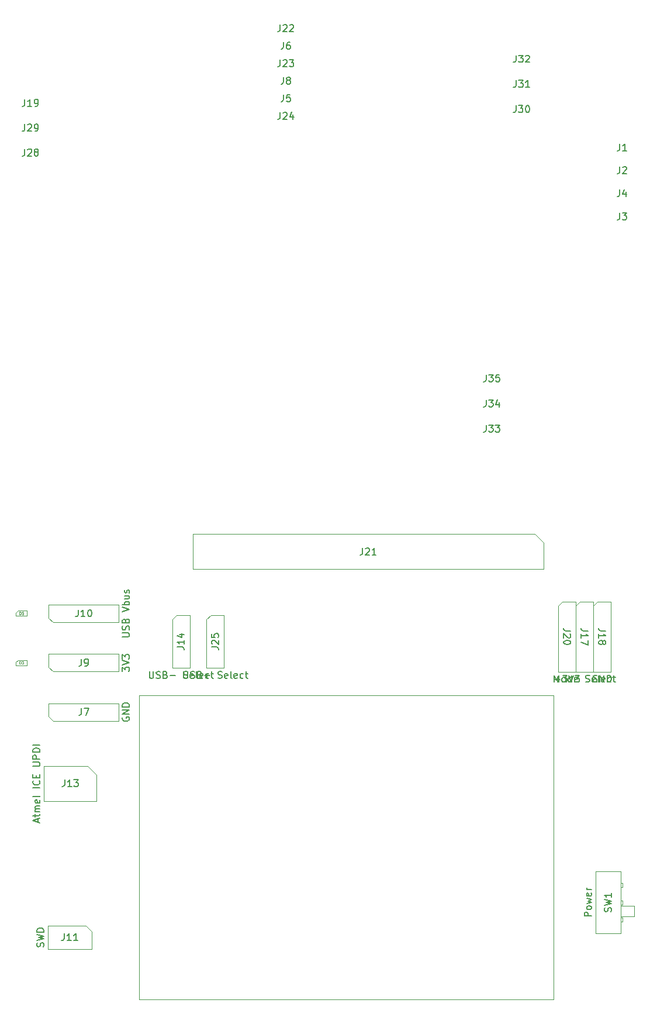
<source format=gbr>
G04 #@! TF.GenerationSoftware,KiCad,Pcbnew,(5.1.9)-1*
G04 #@! TF.CreationDate,2021-01-16T22:32:26-07:00*
G04 #@! TF.ProjectId,purplewizard-pogo,70757270-6c65-4776-997a-6172642d706f,1*
G04 #@! TF.SameCoordinates,Original*
G04 #@! TF.FileFunction,Other,Fab,Top*
%FSLAX46Y46*%
G04 Gerber Fmt 4.6, Leading zero omitted, Abs format (unit mm)*
G04 Created by KiCad (PCBNEW (5.1.9)-1) date 2021-01-16 22:32:26*
%MOMM*%
%LPD*%
G01*
G04 APERTURE LIST*
%ADD10C,0.120000*%
%ADD11C,0.100000*%
%ADD12C,0.150000*%
%ADD13C,0.060000*%
G04 APERTURE END LIST*
D10*
X144705600Y-135743600D02*
X204705600Y-135743600D01*
X144705600Y-179743600D02*
X204705600Y-179743600D01*
X204705600Y-179743600D02*
X204705600Y-135743600D01*
X144705600Y-135743600D02*
X144705600Y-179743600D01*
D11*
X210815600Y-170233600D02*
X210815600Y-161233600D01*
X210815600Y-161233600D02*
X214415600Y-161233600D01*
X214415600Y-161233600D02*
X214415600Y-170133600D01*
X214415600Y-170133600D02*
X214415600Y-170233600D01*
X214415600Y-170233600D02*
X214415600Y-170233600D01*
X210815600Y-170233600D02*
X214415600Y-170233600D01*
X214415600Y-170233600D02*
X214415600Y-170233600D01*
X214415600Y-167233600D02*
X214415600Y-167233600D01*
X214415600Y-165433600D02*
X214715600Y-165433600D01*
X214715600Y-165433600D02*
X214715600Y-166033600D01*
X214715600Y-166033600D02*
X214415600Y-166033600D01*
X214415600Y-166033600D02*
X214415600Y-166033600D01*
X214415600Y-167933600D02*
X214715600Y-167933600D01*
X214715600Y-167933600D02*
X214715600Y-168533600D01*
X214715600Y-168533600D02*
X214415600Y-168533600D01*
X214415600Y-168533600D02*
X214415600Y-168533600D01*
X214415600Y-163533600D02*
X214715600Y-163533600D01*
X214715600Y-163533600D02*
X214715600Y-162933600D01*
X214715600Y-162933600D02*
X214415600Y-162933600D01*
X214415600Y-162933600D02*
X214415600Y-162933600D01*
X214415600Y-166233600D02*
X216415600Y-166233600D01*
X216415600Y-166233600D02*
X216415600Y-167733600D01*
X216415600Y-167733600D02*
X214415600Y-167733600D01*
X214415600Y-167733600D02*
X214415600Y-167733600D01*
X136958100Y-169083600D02*
X137810600Y-169936100D01*
X131460600Y-169083600D02*
X136958100Y-169083600D01*
X131460600Y-172493600D02*
X131460600Y-169083600D01*
X137810600Y-172493600D02*
X131460600Y-172493600D01*
X137810600Y-169936100D02*
X137810600Y-172493600D01*
X131570601Y-138803599D02*
X131570601Y-136898599D01*
X131570601Y-136898599D02*
X141730601Y-136898599D01*
X141730601Y-136898599D02*
X141730601Y-139438599D01*
X141730601Y-139438599D02*
X132205601Y-139438599D01*
X132205601Y-139438599D02*
X131570601Y-138803599D01*
X132205601Y-132308599D02*
X131570601Y-131673599D01*
X141730601Y-132308599D02*
X132205601Y-132308599D01*
X141730601Y-129768599D02*
X141730601Y-132308599D01*
X131570601Y-129768599D02*
X141730601Y-129768599D01*
X131570601Y-131673599D02*
X131570601Y-129768599D01*
X132205601Y-125178599D02*
X131570601Y-124543599D01*
X141730601Y-125178599D02*
X132205601Y-125178599D01*
X141730601Y-122638599D02*
X141730601Y-125178599D01*
X131570601Y-122638599D02*
X141730601Y-122638599D01*
X131570601Y-124543599D02*
X131570601Y-122638599D01*
X137245600Y-145963600D02*
X138515600Y-147233600D01*
X130895600Y-145963600D02*
X137245600Y-145963600D01*
X130895600Y-151043600D02*
X130895600Y-145963600D01*
X138515600Y-151043600D02*
X130895600Y-151043600D01*
X138515600Y-147233600D02*
X138515600Y-151043600D01*
X207905600Y-122798600D02*
X208540600Y-122163600D01*
X207905600Y-132323600D02*
X207905600Y-122798600D01*
X210445600Y-132323600D02*
X207905600Y-132323600D01*
X210445600Y-122163600D02*
X210445600Y-132323600D01*
X208540600Y-122163600D02*
X210445600Y-122163600D01*
X210445600Y-122798600D02*
X211080600Y-122163600D01*
X210445600Y-132323600D02*
X210445600Y-122798600D01*
X212985600Y-132323600D02*
X210445600Y-132323600D01*
X212985600Y-122163600D02*
X212985600Y-132323600D01*
X211080600Y-122163600D02*
X212985600Y-122163600D01*
X206000600Y-122163600D02*
X207905600Y-122163600D01*
X207905600Y-122163600D02*
X207905600Y-132323600D01*
X207905600Y-132323600D02*
X205365600Y-132323600D01*
X205365600Y-132323600D02*
X205365600Y-122798600D01*
X205365600Y-122798600D02*
X206000600Y-122163600D01*
X201985600Y-112423600D02*
X203255600Y-113693600D01*
X152455600Y-112423600D02*
X201985600Y-112423600D01*
X152455600Y-117503600D02*
X152455600Y-112423600D01*
X203255600Y-117503600D02*
X152455600Y-117503600D01*
X203255600Y-113693600D02*
X203255600Y-117503600D01*
X128415600Y-130633600D02*
X127115600Y-130633600D01*
X127115600Y-130633600D02*
X126815600Y-130933600D01*
X126815600Y-130933600D02*
X126815600Y-131433600D01*
X126815600Y-131433600D02*
X128415600Y-131433600D01*
X128415600Y-131433600D02*
X128415600Y-130633600D01*
X128415600Y-124273600D02*
X128415600Y-123473600D01*
X126815600Y-124273600D02*
X128415600Y-124273600D01*
X126815600Y-123773600D02*
X126815600Y-124273600D01*
X127115600Y-123473600D02*
X126815600Y-123773600D01*
X128415600Y-123473600D02*
X127115600Y-123473600D01*
X149465600Y-124778600D02*
X150100600Y-124143600D01*
X149465600Y-131763600D02*
X149465600Y-124778600D01*
X152005600Y-131763600D02*
X149465600Y-131763600D01*
X152005600Y-124143600D02*
X152005600Y-131763600D01*
X150100600Y-124143600D02*
X152005600Y-124143600D01*
X155080600Y-124143600D02*
X156985600Y-124143600D01*
X156985600Y-124143600D02*
X156985600Y-131763600D01*
X156985600Y-131763600D02*
X154445600Y-131763600D01*
X154445600Y-131763600D02*
X154445600Y-124778600D01*
X154445600Y-124778600D02*
X155080600Y-124143600D01*
D12*
X214289246Y-55895380D02*
X214289246Y-56609666D01*
X214241627Y-56752523D01*
X214146389Y-56847761D01*
X214003532Y-56895380D01*
X213908294Y-56895380D01*
X215289246Y-56895380D02*
X214717818Y-56895380D01*
X215003532Y-56895380D02*
X215003532Y-55895380D01*
X214908294Y-56038238D01*
X214813056Y-56133476D01*
X214717818Y-56181095D01*
X214289246Y-59228713D02*
X214289246Y-59942999D01*
X214241627Y-60085856D01*
X214146389Y-60181094D01*
X214003532Y-60228713D01*
X213908294Y-60228713D01*
X214717818Y-59323952D02*
X214765437Y-59276333D01*
X214860675Y-59228713D01*
X215098770Y-59228713D01*
X215194008Y-59276333D01*
X215241627Y-59323952D01*
X215289246Y-59419190D01*
X215289246Y-59514428D01*
X215241627Y-59657285D01*
X214670199Y-60228713D01*
X215289246Y-60228713D01*
X214289246Y-65895380D02*
X214289246Y-66609666D01*
X214241627Y-66752523D01*
X214146389Y-66847761D01*
X214003532Y-66895380D01*
X213908294Y-66895380D01*
X214670199Y-65895380D02*
X215289246Y-65895380D01*
X214955913Y-66276333D01*
X215098770Y-66276333D01*
X215194008Y-66323952D01*
X215241627Y-66371571D01*
X215289246Y-66466809D01*
X215289246Y-66704904D01*
X215241627Y-66800142D01*
X215194008Y-66847761D01*
X215098770Y-66895380D01*
X214813056Y-66895380D01*
X214717818Y-66847761D01*
X214670199Y-66800142D01*
X214269246Y-62555380D02*
X214269246Y-63269666D01*
X214221627Y-63412523D01*
X214126389Y-63507761D01*
X213983532Y-63555380D01*
X213888294Y-63555380D01*
X215174008Y-62888714D02*
X215174008Y-63555380D01*
X214935913Y-62507761D02*
X214697818Y-63222047D01*
X215316865Y-63222047D01*
X165589246Y-48797380D02*
X165589246Y-49511666D01*
X165541627Y-49654523D01*
X165446389Y-49749761D01*
X165303532Y-49797380D01*
X165208294Y-49797380D01*
X166541627Y-48797380D02*
X166065437Y-48797380D01*
X166017818Y-49273571D01*
X166065437Y-49225952D01*
X166160675Y-49178333D01*
X166398770Y-49178333D01*
X166494008Y-49225952D01*
X166541627Y-49273571D01*
X166589246Y-49368809D01*
X166589246Y-49606904D01*
X166541627Y-49702142D01*
X166494008Y-49749761D01*
X166398770Y-49797380D01*
X166160675Y-49797380D01*
X166065437Y-49749761D01*
X166017818Y-49702142D01*
X165589246Y-41183380D02*
X165589246Y-41897666D01*
X165541627Y-42040523D01*
X165446389Y-42135761D01*
X165303532Y-42183380D01*
X165208294Y-42183380D01*
X166494008Y-41183380D02*
X166303532Y-41183380D01*
X166208294Y-41231000D01*
X166160675Y-41278619D01*
X166065437Y-41421476D01*
X166017818Y-41611952D01*
X166017818Y-41992904D01*
X166065437Y-42088142D01*
X166113056Y-42135761D01*
X166208294Y-42183380D01*
X166398770Y-42183380D01*
X166494008Y-42135761D01*
X166541627Y-42088142D01*
X166589246Y-41992904D01*
X166589246Y-41754809D01*
X166541627Y-41659571D01*
X166494008Y-41611952D01*
X166398770Y-41564333D01*
X166208294Y-41564333D01*
X166113056Y-41611952D01*
X166065437Y-41659571D01*
X166017818Y-41754809D01*
X165589246Y-46259380D02*
X165589246Y-46973666D01*
X165541627Y-47116523D01*
X165446389Y-47211761D01*
X165303532Y-47259380D01*
X165208294Y-47259380D01*
X166208294Y-46687952D02*
X166113056Y-46640333D01*
X166065437Y-46592714D01*
X166017818Y-46497476D01*
X166017818Y-46449857D01*
X166065437Y-46354619D01*
X166113056Y-46307000D01*
X166208294Y-46259380D01*
X166398770Y-46259380D01*
X166494008Y-46307000D01*
X166541627Y-46354619D01*
X166589246Y-46449857D01*
X166589246Y-46497476D01*
X166541627Y-46592714D01*
X166494008Y-46640333D01*
X166398770Y-46687952D01*
X166208294Y-46687952D01*
X166113056Y-46735571D01*
X166065437Y-46783190D01*
X166017818Y-46878428D01*
X166017818Y-47068904D01*
X166065437Y-47164142D01*
X166113056Y-47211761D01*
X166208294Y-47259380D01*
X166398770Y-47259380D01*
X166494008Y-47211761D01*
X166541627Y-47164142D01*
X166589246Y-47068904D01*
X166589246Y-46878428D01*
X166541627Y-46783190D01*
X166494008Y-46735571D01*
X166398770Y-46687952D01*
X128101056Y-49465380D02*
X128101056Y-50179666D01*
X128053437Y-50322523D01*
X127958199Y-50417761D01*
X127815341Y-50465380D01*
X127720103Y-50465380D01*
X129101056Y-50465380D02*
X128529627Y-50465380D01*
X128815341Y-50465380D02*
X128815341Y-49465380D01*
X128720103Y-49608238D01*
X128624865Y-49703476D01*
X128529627Y-49751095D01*
X129577246Y-50465380D02*
X129767722Y-50465380D01*
X129862960Y-50417761D01*
X129910580Y-50370142D01*
X130005818Y-50227285D01*
X130053437Y-50036809D01*
X130053437Y-49655857D01*
X130005818Y-49560619D01*
X129958199Y-49513000D01*
X129862960Y-49465380D01*
X129672484Y-49465380D01*
X129577246Y-49513000D01*
X129529627Y-49560619D01*
X129482008Y-49655857D01*
X129482008Y-49893952D01*
X129529627Y-49989190D01*
X129577246Y-50036809D01*
X129672484Y-50084428D01*
X129862960Y-50084428D01*
X129958199Y-50036809D01*
X130005818Y-49989190D01*
X130053437Y-49893952D01*
X165113056Y-38645380D02*
X165113056Y-39359666D01*
X165065437Y-39502523D01*
X164970199Y-39597761D01*
X164827341Y-39645380D01*
X164732103Y-39645380D01*
X165541627Y-38740619D02*
X165589246Y-38693000D01*
X165684484Y-38645380D01*
X165922580Y-38645380D01*
X166017818Y-38693000D01*
X166065437Y-38740619D01*
X166113056Y-38835857D01*
X166113056Y-38931095D01*
X166065437Y-39073952D01*
X165494008Y-39645380D01*
X166113056Y-39645380D01*
X166494008Y-38740619D02*
X166541627Y-38693000D01*
X166636865Y-38645380D01*
X166874960Y-38645380D01*
X166970199Y-38693000D01*
X167017818Y-38740619D01*
X167065437Y-38835857D01*
X167065437Y-38931095D01*
X167017818Y-39073952D01*
X166446389Y-39645380D01*
X167065437Y-39645380D01*
X165113056Y-43721380D02*
X165113056Y-44435666D01*
X165065437Y-44578523D01*
X164970199Y-44673761D01*
X164827341Y-44721380D01*
X164732103Y-44721380D01*
X165541627Y-43816619D02*
X165589246Y-43769000D01*
X165684484Y-43721380D01*
X165922580Y-43721380D01*
X166017818Y-43769000D01*
X166065437Y-43816619D01*
X166113056Y-43911857D01*
X166113056Y-44007095D01*
X166065437Y-44149952D01*
X165494008Y-44721380D01*
X166113056Y-44721380D01*
X166446389Y-43721380D02*
X167065437Y-43721380D01*
X166732103Y-44102333D01*
X166874960Y-44102333D01*
X166970199Y-44149952D01*
X167017818Y-44197571D01*
X167065437Y-44292809D01*
X167065437Y-44530904D01*
X167017818Y-44626142D01*
X166970199Y-44673761D01*
X166874960Y-44721380D01*
X166589246Y-44721380D01*
X166494008Y-44673761D01*
X166446389Y-44626142D01*
X165113056Y-51335380D02*
X165113056Y-52049666D01*
X165065437Y-52192523D01*
X164970199Y-52287761D01*
X164827341Y-52335380D01*
X164732103Y-52335380D01*
X165541627Y-51430619D02*
X165589246Y-51383000D01*
X165684484Y-51335380D01*
X165922580Y-51335380D01*
X166017818Y-51383000D01*
X166065437Y-51430619D01*
X166113056Y-51525857D01*
X166113056Y-51621095D01*
X166065437Y-51763952D01*
X165494008Y-52335380D01*
X166113056Y-52335380D01*
X166970199Y-51668714D02*
X166970199Y-52335380D01*
X166732103Y-51287761D02*
X166494008Y-52002047D01*
X167113056Y-52002047D01*
X128101056Y-56655380D02*
X128101056Y-57369666D01*
X128053437Y-57512523D01*
X127958199Y-57607761D01*
X127815341Y-57655380D01*
X127720103Y-57655380D01*
X128529627Y-56750619D02*
X128577246Y-56703000D01*
X128672484Y-56655380D01*
X128910580Y-56655380D01*
X129005818Y-56703000D01*
X129053437Y-56750619D01*
X129101056Y-56845857D01*
X129101056Y-56941095D01*
X129053437Y-57083952D01*
X128482008Y-57655380D01*
X129101056Y-57655380D01*
X129672484Y-57083952D02*
X129577246Y-57036333D01*
X129529627Y-56988714D01*
X129482008Y-56893476D01*
X129482008Y-56845857D01*
X129529627Y-56750619D01*
X129577246Y-56703000D01*
X129672484Y-56655380D01*
X129862960Y-56655380D01*
X129958199Y-56703000D01*
X130005818Y-56750619D01*
X130053437Y-56845857D01*
X130053437Y-56893476D01*
X130005818Y-56988714D01*
X129958199Y-57036333D01*
X129862960Y-57083952D01*
X129672484Y-57083952D01*
X129577246Y-57131571D01*
X129529627Y-57179190D01*
X129482008Y-57274428D01*
X129482008Y-57464904D01*
X129529627Y-57560142D01*
X129577246Y-57607761D01*
X129672484Y-57655380D01*
X129862960Y-57655380D01*
X129958199Y-57607761D01*
X130005818Y-57560142D01*
X130053437Y-57464904D01*
X130053437Y-57274428D01*
X130005818Y-57179190D01*
X129958199Y-57131571D01*
X129862960Y-57083952D01*
X128101056Y-53060380D02*
X128101056Y-53774666D01*
X128053437Y-53917523D01*
X127958199Y-54012761D01*
X127815341Y-54060380D01*
X127720103Y-54060380D01*
X128529627Y-53155619D02*
X128577246Y-53108000D01*
X128672484Y-53060380D01*
X128910580Y-53060380D01*
X129005818Y-53108000D01*
X129053437Y-53155619D01*
X129101056Y-53250857D01*
X129101056Y-53346095D01*
X129053437Y-53488952D01*
X128482008Y-54060380D01*
X129101056Y-54060380D01*
X129577246Y-54060380D02*
X129767722Y-54060380D01*
X129862960Y-54012761D01*
X129910580Y-53965142D01*
X130005818Y-53822285D01*
X130053437Y-53631809D01*
X130053437Y-53250857D01*
X130005818Y-53155619D01*
X129958199Y-53108000D01*
X129862960Y-53060380D01*
X129672484Y-53060380D01*
X129577246Y-53108000D01*
X129529627Y-53155619D01*
X129482008Y-53250857D01*
X129482008Y-53488952D01*
X129529627Y-53584190D01*
X129577246Y-53631809D01*
X129672484Y-53679428D01*
X129862960Y-53679428D01*
X129958199Y-53631809D01*
X130005818Y-53584190D01*
X130053437Y-53488952D01*
X199253056Y-50345380D02*
X199253056Y-51059666D01*
X199205437Y-51202523D01*
X199110199Y-51297761D01*
X198967341Y-51345380D01*
X198872103Y-51345380D01*
X199634008Y-50345380D02*
X200253056Y-50345380D01*
X199919722Y-50726333D01*
X200062580Y-50726333D01*
X200157818Y-50773952D01*
X200205437Y-50821571D01*
X200253056Y-50916809D01*
X200253056Y-51154904D01*
X200205437Y-51250142D01*
X200157818Y-51297761D01*
X200062580Y-51345380D01*
X199776865Y-51345380D01*
X199681627Y-51297761D01*
X199634008Y-51250142D01*
X200872103Y-50345380D02*
X200967341Y-50345380D01*
X201062580Y-50393000D01*
X201110199Y-50440619D01*
X201157818Y-50535857D01*
X201205437Y-50726333D01*
X201205437Y-50964428D01*
X201157818Y-51154904D01*
X201110199Y-51250142D01*
X201062580Y-51297761D01*
X200967341Y-51345380D01*
X200872103Y-51345380D01*
X200776865Y-51297761D01*
X200729246Y-51250142D01*
X200681627Y-51154904D01*
X200634008Y-50964428D01*
X200634008Y-50726333D01*
X200681627Y-50535857D01*
X200729246Y-50440619D01*
X200776865Y-50393000D01*
X200872103Y-50345380D01*
X199273056Y-46715380D02*
X199273056Y-47429666D01*
X199225437Y-47572523D01*
X199130199Y-47667761D01*
X198987341Y-47715380D01*
X198892103Y-47715380D01*
X199654008Y-46715380D02*
X200273056Y-46715380D01*
X199939722Y-47096333D01*
X200082580Y-47096333D01*
X200177818Y-47143952D01*
X200225437Y-47191571D01*
X200273056Y-47286809D01*
X200273056Y-47524904D01*
X200225437Y-47620142D01*
X200177818Y-47667761D01*
X200082580Y-47715380D01*
X199796865Y-47715380D01*
X199701627Y-47667761D01*
X199654008Y-47620142D01*
X201225437Y-47715380D02*
X200654008Y-47715380D01*
X200939722Y-47715380D02*
X200939722Y-46715380D01*
X200844484Y-46858238D01*
X200749246Y-46953476D01*
X200654008Y-47001095D01*
X199273056Y-43085380D02*
X199273056Y-43799666D01*
X199225437Y-43942523D01*
X199130199Y-44037761D01*
X198987341Y-44085380D01*
X198892103Y-44085380D01*
X199654008Y-43085380D02*
X200273056Y-43085380D01*
X199939722Y-43466333D01*
X200082580Y-43466333D01*
X200177818Y-43513952D01*
X200225437Y-43561571D01*
X200273056Y-43656809D01*
X200273056Y-43894904D01*
X200225437Y-43990142D01*
X200177818Y-44037761D01*
X200082580Y-44085380D01*
X199796865Y-44085380D01*
X199701627Y-44037761D01*
X199654008Y-43990142D01*
X200654008Y-43180619D02*
X200701627Y-43133000D01*
X200796865Y-43085380D01*
X201034960Y-43085380D01*
X201130199Y-43133000D01*
X201177818Y-43180619D01*
X201225437Y-43275857D01*
X201225437Y-43371095D01*
X201177818Y-43513952D01*
X200606389Y-44085380D01*
X201225437Y-44085380D01*
X194943056Y-96615380D02*
X194943056Y-97329666D01*
X194895437Y-97472523D01*
X194800199Y-97567761D01*
X194657341Y-97615380D01*
X194562103Y-97615380D01*
X195324008Y-96615380D02*
X195943056Y-96615380D01*
X195609722Y-96996333D01*
X195752580Y-96996333D01*
X195847818Y-97043952D01*
X195895437Y-97091571D01*
X195943056Y-97186809D01*
X195943056Y-97424904D01*
X195895437Y-97520142D01*
X195847818Y-97567761D01*
X195752580Y-97615380D01*
X195466865Y-97615380D01*
X195371627Y-97567761D01*
X195324008Y-97520142D01*
X196276389Y-96615380D02*
X196895437Y-96615380D01*
X196562103Y-96996333D01*
X196704960Y-96996333D01*
X196800199Y-97043952D01*
X196847818Y-97091571D01*
X196895437Y-97186809D01*
X196895437Y-97424904D01*
X196847818Y-97520142D01*
X196800199Y-97567761D01*
X196704960Y-97615380D01*
X196419246Y-97615380D01*
X196324008Y-97567761D01*
X196276389Y-97520142D01*
X194943056Y-92975380D02*
X194943056Y-93689666D01*
X194895437Y-93832523D01*
X194800199Y-93927761D01*
X194657341Y-93975380D01*
X194562103Y-93975380D01*
X195324008Y-92975380D02*
X195943056Y-92975380D01*
X195609722Y-93356333D01*
X195752580Y-93356333D01*
X195847818Y-93403952D01*
X195895437Y-93451571D01*
X195943056Y-93546809D01*
X195943056Y-93784904D01*
X195895437Y-93880142D01*
X195847818Y-93927761D01*
X195752580Y-93975380D01*
X195466865Y-93975380D01*
X195371627Y-93927761D01*
X195324008Y-93880142D01*
X196800199Y-93308714D02*
X196800199Y-93975380D01*
X196562103Y-92927761D02*
X196324008Y-93642047D01*
X196943056Y-93642047D01*
X194943056Y-89335380D02*
X194943056Y-90049666D01*
X194895437Y-90192523D01*
X194800199Y-90287761D01*
X194657341Y-90335380D01*
X194562103Y-90335380D01*
X195324008Y-89335380D02*
X195943056Y-89335380D01*
X195609722Y-89716333D01*
X195752580Y-89716333D01*
X195847818Y-89763952D01*
X195895437Y-89811571D01*
X195943056Y-89906809D01*
X195943056Y-90144904D01*
X195895437Y-90240142D01*
X195847818Y-90287761D01*
X195752580Y-90335380D01*
X195466865Y-90335380D01*
X195371627Y-90287761D01*
X195324008Y-90240142D01*
X196847818Y-89335380D02*
X196371627Y-89335380D01*
X196324008Y-89811571D01*
X196371627Y-89763952D01*
X196466865Y-89716333D01*
X196704960Y-89716333D01*
X196800199Y-89763952D01*
X196847818Y-89811571D01*
X196895437Y-89906809D01*
X196895437Y-90144904D01*
X196847818Y-90240142D01*
X196800199Y-90287761D01*
X196704960Y-90335380D01*
X196466865Y-90335380D01*
X196371627Y-90287761D01*
X196324008Y-90240142D01*
X210167980Y-167709790D02*
X209167980Y-167709790D01*
X209167980Y-167328838D01*
X209215600Y-167233600D01*
X209263219Y-167185980D01*
X209358457Y-167138361D01*
X209501314Y-167138361D01*
X209596552Y-167185980D01*
X209644171Y-167233600D01*
X209691790Y-167328838D01*
X209691790Y-167709790D01*
X210167980Y-166566933D02*
X210120361Y-166662171D01*
X210072742Y-166709790D01*
X209977504Y-166757409D01*
X209691790Y-166757409D01*
X209596552Y-166709790D01*
X209548933Y-166662171D01*
X209501314Y-166566933D01*
X209501314Y-166424076D01*
X209548933Y-166328838D01*
X209596552Y-166281219D01*
X209691790Y-166233600D01*
X209977504Y-166233600D01*
X210072742Y-166281219D01*
X210120361Y-166328838D01*
X210167980Y-166424076D01*
X210167980Y-166566933D01*
X209501314Y-165900266D02*
X210167980Y-165709790D01*
X209691790Y-165519314D01*
X210167980Y-165328838D01*
X209501314Y-165138361D01*
X210120361Y-164376457D02*
X210167980Y-164471695D01*
X210167980Y-164662171D01*
X210120361Y-164757409D01*
X210025123Y-164805028D01*
X209644171Y-164805028D01*
X209548933Y-164757409D01*
X209501314Y-164662171D01*
X209501314Y-164471695D01*
X209548933Y-164376457D01*
X209644171Y-164328838D01*
X209739409Y-164328838D01*
X209834647Y-164805028D01*
X210167980Y-163900266D02*
X209501314Y-163900266D01*
X209691790Y-163900266D02*
X209596552Y-163852647D01*
X209548933Y-163805028D01*
X209501314Y-163709790D01*
X209501314Y-163614552D01*
X213020361Y-167066933D02*
X213067980Y-166924076D01*
X213067980Y-166685980D01*
X213020361Y-166590742D01*
X212972742Y-166543123D01*
X212877504Y-166495504D01*
X212782266Y-166495504D01*
X212687028Y-166543123D01*
X212639409Y-166590742D01*
X212591790Y-166685980D01*
X212544171Y-166876457D01*
X212496552Y-166971695D01*
X212448933Y-167019314D01*
X212353695Y-167066933D01*
X212258457Y-167066933D01*
X212163219Y-167019314D01*
X212115600Y-166971695D01*
X212067980Y-166876457D01*
X212067980Y-166638361D01*
X212115600Y-166495504D01*
X212067980Y-166162171D02*
X213067980Y-165924076D01*
X212353695Y-165733600D01*
X213067980Y-165543123D01*
X212067980Y-165305028D01*
X213067980Y-164400266D02*
X213067980Y-164971695D01*
X213067980Y-164685980D02*
X212067980Y-164685980D01*
X212210838Y-164781219D01*
X212306076Y-164876457D01*
X212353695Y-164971695D01*
X130805361Y-172145742D02*
X130852980Y-172002885D01*
X130852980Y-171764790D01*
X130805361Y-171669552D01*
X130757742Y-171621933D01*
X130662504Y-171574314D01*
X130567266Y-171574314D01*
X130472028Y-171621933D01*
X130424409Y-171669552D01*
X130376790Y-171764790D01*
X130329171Y-171955266D01*
X130281552Y-172050504D01*
X130233933Y-172098123D01*
X130138695Y-172145742D01*
X130043457Y-172145742D01*
X129948219Y-172098123D01*
X129900600Y-172050504D01*
X129852980Y-171955266D01*
X129852980Y-171717171D01*
X129900600Y-171574314D01*
X129852980Y-171240980D02*
X130852980Y-171002885D01*
X130138695Y-170812409D01*
X130852980Y-170621933D01*
X129852980Y-170383838D01*
X130852980Y-170002885D02*
X129852980Y-170002885D01*
X129852980Y-169764790D01*
X129900600Y-169621933D01*
X129995838Y-169526695D01*
X130091076Y-169479076D01*
X130281552Y-169431457D01*
X130424409Y-169431457D01*
X130614885Y-169479076D01*
X130710123Y-169526695D01*
X130805361Y-169621933D01*
X130852980Y-169764790D01*
X130852980Y-170002885D01*
X133826076Y-170240980D02*
X133826076Y-170955266D01*
X133778457Y-171098123D01*
X133683219Y-171193361D01*
X133540361Y-171240980D01*
X133445123Y-171240980D01*
X134826076Y-171240980D02*
X134254647Y-171240980D01*
X134540361Y-171240980D02*
X134540361Y-170240980D01*
X134445123Y-170383838D01*
X134349885Y-170479076D01*
X134254647Y-170526695D01*
X135778457Y-171240980D02*
X135207028Y-171240980D01*
X135492742Y-171240980D02*
X135492742Y-170240980D01*
X135397504Y-170383838D01*
X135302266Y-170479076D01*
X135207028Y-170526695D01*
X142290601Y-138930503D02*
X142242981Y-139025741D01*
X142242981Y-139168599D01*
X142290601Y-139311456D01*
X142385839Y-139406694D01*
X142481077Y-139454313D01*
X142671553Y-139501932D01*
X142814410Y-139501932D01*
X143004886Y-139454313D01*
X143100124Y-139406694D01*
X143195362Y-139311456D01*
X143242981Y-139168599D01*
X143242981Y-139073360D01*
X143195362Y-138930503D01*
X143147743Y-138882884D01*
X142814410Y-138882884D01*
X142814410Y-139073360D01*
X143242981Y-138454313D02*
X142242981Y-138454313D01*
X143242981Y-137882884D01*
X142242981Y-137882884D01*
X143242981Y-137406694D02*
X142242981Y-137406694D01*
X142242981Y-137168599D01*
X142290601Y-137025741D01*
X142385839Y-136930503D01*
X142481077Y-136882884D01*
X142671553Y-136835265D01*
X142814410Y-136835265D01*
X143004886Y-136882884D01*
X143100124Y-136930503D01*
X143195362Y-137025741D01*
X143242981Y-137168599D01*
X143242981Y-137406694D01*
X136317267Y-137620979D02*
X136317267Y-138335265D01*
X136269648Y-138478122D01*
X136174410Y-138573360D01*
X136031553Y-138620979D01*
X135936315Y-138620979D01*
X136698220Y-137620979D02*
X137364886Y-137620979D01*
X136936315Y-138620979D01*
X142242981Y-132276694D02*
X142242981Y-131657646D01*
X142623934Y-131990979D01*
X142623934Y-131848122D01*
X142671553Y-131752884D01*
X142719172Y-131705265D01*
X142814410Y-131657646D01*
X143052505Y-131657646D01*
X143147743Y-131705265D01*
X143195362Y-131752884D01*
X143242981Y-131848122D01*
X143242981Y-132133837D01*
X143195362Y-132229075D01*
X143147743Y-132276694D01*
X142242981Y-131371932D02*
X143242981Y-131038599D01*
X142242981Y-130705265D01*
X142242981Y-130467170D02*
X142242981Y-129848122D01*
X142623934Y-130181456D01*
X142623934Y-130038599D01*
X142671553Y-129943360D01*
X142719172Y-129895741D01*
X142814410Y-129848122D01*
X143052505Y-129848122D01*
X143147743Y-129895741D01*
X143195362Y-129943360D01*
X143242981Y-130038599D01*
X143242981Y-130324313D01*
X143195362Y-130419551D01*
X143147743Y-130467170D01*
X136317267Y-130490979D02*
X136317267Y-131205265D01*
X136269648Y-131348122D01*
X136174410Y-131443360D01*
X136031553Y-131490979D01*
X135936315Y-131490979D01*
X136841077Y-131490979D02*
X137031553Y-131490979D01*
X137126791Y-131443360D01*
X137174410Y-131395741D01*
X137269648Y-131252884D01*
X137317267Y-131062408D01*
X137317267Y-130681456D01*
X137269648Y-130586218D01*
X137222029Y-130538599D01*
X137126791Y-130490979D01*
X136936315Y-130490979D01*
X136841077Y-130538599D01*
X136793458Y-130586218D01*
X136745839Y-130681456D01*
X136745839Y-130919551D01*
X136793458Y-131014789D01*
X136841077Y-131062408D01*
X136936315Y-131110027D01*
X137126791Y-131110027D01*
X137222029Y-131062408D01*
X137269648Y-131014789D01*
X137317267Y-130919551D01*
X142242981Y-127289551D02*
X143052505Y-127289551D01*
X143147743Y-127241932D01*
X143195362Y-127194313D01*
X143242981Y-127099075D01*
X143242981Y-126908599D01*
X143195362Y-126813360D01*
X143147743Y-126765741D01*
X143052505Y-126718122D01*
X142242981Y-126718122D01*
X143195362Y-126289551D02*
X143242981Y-126146694D01*
X143242981Y-125908599D01*
X143195362Y-125813360D01*
X143147743Y-125765741D01*
X143052505Y-125718122D01*
X142957267Y-125718122D01*
X142862029Y-125765741D01*
X142814410Y-125813360D01*
X142766791Y-125908599D01*
X142719172Y-126099075D01*
X142671553Y-126194313D01*
X142623934Y-126241932D01*
X142528696Y-126289551D01*
X142433458Y-126289551D01*
X142338220Y-126241932D01*
X142290601Y-126194313D01*
X142242981Y-126099075D01*
X142242981Y-125860979D01*
X142290601Y-125718122D01*
X142719172Y-124956218D02*
X142766791Y-124813360D01*
X142814410Y-124765741D01*
X142909648Y-124718122D01*
X143052505Y-124718122D01*
X143147743Y-124765741D01*
X143195362Y-124813360D01*
X143242981Y-124908599D01*
X143242981Y-125289551D01*
X142242981Y-125289551D01*
X142242981Y-124956218D01*
X142290601Y-124860979D01*
X142338220Y-124813360D01*
X142433458Y-124765741D01*
X142528696Y-124765741D01*
X142623934Y-124813360D01*
X142671553Y-124860979D01*
X142719172Y-124956218D01*
X142719172Y-125289551D01*
X142242981Y-123670503D02*
X143242981Y-123337170D01*
X142242981Y-123003837D01*
X143242981Y-122670503D02*
X142242981Y-122670503D01*
X142623934Y-122670503D02*
X142576315Y-122575265D01*
X142576315Y-122384789D01*
X142623934Y-122289551D01*
X142671553Y-122241932D01*
X142766791Y-122194313D01*
X143052505Y-122194313D01*
X143147743Y-122241932D01*
X143195362Y-122289551D01*
X143242981Y-122384789D01*
X143242981Y-122575265D01*
X143195362Y-122670503D01*
X142576315Y-121337170D02*
X143242981Y-121337170D01*
X142576315Y-121765741D02*
X143100124Y-121765741D01*
X143195362Y-121718122D01*
X143242981Y-121622884D01*
X143242981Y-121480027D01*
X143195362Y-121384789D01*
X143147743Y-121337170D01*
X143195362Y-120908599D02*
X143242981Y-120813360D01*
X143242981Y-120622884D01*
X143195362Y-120527646D01*
X143100124Y-120480027D01*
X143052505Y-120480027D01*
X142957267Y-120527646D01*
X142909648Y-120622884D01*
X142909648Y-120765741D01*
X142862029Y-120860979D01*
X142766791Y-120908599D01*
X142719172Y-120908599D01*
X142623934Y-120860979D01*
X142576315Y-120765741D01*
X142576315Y-120622884D01*
X142623934Y-120527646D01*
X135841077Y-123360979D02*
X135841077Y-124075265D01*
X135793458Y-124218122D01*
X135698220Y-124313360D01*
X135555362Y-124360979D01*
X135460124Y-124360979D01*
X136841077Y-124360979D02*
X136269648Y-124360979D01*
X136555362Y-124360979D02*
X136555362Y-123360979D01*
X136460124Y-123503837D01*
X136364886Y-123599075D01*
X136269648Y-123646694D01*
X137460124Y-123360979D02*
X137555362Y-123360979D01*
X137650601Y-123408599D01*
X137698220Y-123456218D01*
X137745839Y-123551456D01*
X137793458Y-123741932D01*
X137793458Y-123980027D01*
X137745839Y-124170503D01*
X137698220Y-124265741D01*
X137650601Y-124313360D01*
X137555362Y-124360979D01*
X137460124Y-124360979D01*
X137364886Y-124313360D01*
X137317267Y-124265741D01*
X137269648Y-124170503D01*
X137222029Y-123980027D01*
X137222029Y-123741932D01*
X137269648Y-123551456D01*
X137317267Y-123456218D01*
X137364886Y-123408599D01*
X137460124Y-123360979D01*
X130002266Y-154098838D02*
X130002266Y-153622647D01*
X130287980Y-154194076D02*
X129287980Y-153860742D01*
X130287980Y-153527409D01*
X129621314Y-153336933D02*
X129621314Y-152955980D01*
X129287980Y-153194076D02*
X130145123Y-153194076D01*
X130240361Y-153146457D01*
X130287980Y-153051219D01*
X130287980Y-152955980D01*
X130287980Y-152622647D02*
X129621314Y-152622647D01*
X129716552Y-152622647D02*
X129668933Y-152575028D01*
X129621314Y-152479790D01*
X129621314Y-152336933D01*
X129668933Y-152241695D01*
X129764171Y-152194076D01*
X130287980Y-152194076D01*
X129764171Y-152194076D02*
X129668933Y-152146457D01*
X129621314Y-152051219D01*
X129621314Y-151908361D01*
X129668933Y-151813123D01*
X129764171Y-151765504D01*
X130287980Y-151765504D01*
X130240361Y-150908361D02*
X130287980Y-151003600D01*
X130287980Y-151194076D01*
X130240361Y-151289314D01*
X130145123Y-151336933D01*
X129764171Y-151336933D01*
X129668933Y-151289314D01*
X129621314Y-151194076D01*
X129621314Y-151003600D01*
X129668933Y-150908361D01*
X129764171Y-150860742D01*
X129859409Y-150860742D01*
X129954647Y-151336933D01*
X130287980Y-150289314D02*
X130240361Y-150384552D01*
X130145123Y-150432171D01*
X129287980Y-150432171D01*
X130287980Y-149146457D02*
X129287980Y-149146457D01*
X130192742Y-148098838D02*
X130240361Y-148146457D01*
X130287980Y-148289314D01*
X130287980Y-148384552D01*
X130240361Y-148527409D01*
X130145123Y-148622647D01*
X130049885Y-148670266D01*
X129859409Y-148717885D01*
X129716552Y-148717885D01*
X129526076Y-148670266D01*
X129430838Y-148622647D01*
X129335600Y-148527409D01*
X129287980Y-148384552D01*
X129287980Y-148289314D01*
X129335600Y-148146457D01*
X129383219Y-148098838D01*
X129764171Y-147670266D02*
X129764171Y-147336933D01*
X130287980Y-147194076D02*
X130287980Y-147670266D01*
X129287980Y-147670266D01*
X129287980Y-147194076D01*
X129287980Y-146003600D02*
X130097504Y-146003600D01*
X130192742Y-145955980D01*
X130240361Y-145908361D01*
X130287980Y-145813123D01*
X130287980Y-145622647D01*
X130240361Y-145527409D01*
X130192742Y-145479790D01*
X130097504Y-145432171D01*
X129287980Y-145432171D01*
X130287980Y-144955980D02*
X129287980Y-144955980D01*
X129287980Y-144575028D01*
X129335600Y-144479790D01*
X129383219Y-144432171D01*
X129478457Y-144384552D01*
X129621314Y-144384552D01*
X129716552Y-144432171D01*
X129764171Y-144479790D01*
X129811790Y-144575028D01*
X129811790Y-144955980D01*
X130287980Y-143955980D02*
X129287980Y-143955980D01*
X129287980Y-143717885D01*
X129335600Y-143575028D01*
X129430838Y-143479790D01*
X129526076Y-143432171D01*
X129716552Y-143384552D01*
X129859409Y-143384552D01*
X130049885Y-143432171D01*
X130145123Y-143479790D01*
X130240361Y-143575028D01*
X130287980Y-143717885D01*
X130287980Y-143955980D01*
X130287980Y-142955980D02*
X129287980Y-142955980D01*
X133896076Y-147955980D02*
X133896076Y-148670266D01*
X133848457Y-148813123D01*
X133753219Y-148908361D01*
X133610361Y-148955980D01*
X133515123Y-148955980D01*
X134896076Y-148955980D02*
X134324647Y-148955980D01*
X134610361Y-148955980D02*
X134610361Y-147955980D01*
X134515123Y-148098838D01*
X134419885Y-148194076D01*
X134324647Y-148241695D01*
X135229409Y-147955980D02*
X135848457Y-147955980D01*
X135515123Y-148336933D01*
X135657980Y-148336933D01*
X135753219Y-148384552D01*
X135800838Y-148432171D01*
X135848457Y-148527409D01*
X135848457Y-148765504D01*
X135800838Y-148860742D01*
X135753219Y-148908361D01*
X135657980Y-148955980D01*
X135372266Y-148955980D01*
X135277028Y-148908361D01*
X135229409Y-148860742D01*
X204818457Y-133835980D02*
X204818457Y-132835980D01*
X205151790Y-133550266D01*
X205485123Y-132835980D01*
X205485123Y-133835980D01*
X206104171Y-133835980D02*
X206008933Y-133788361D01*
X205961314Y-133740742D01*
X205913695Y-133645504D01*
X205913695Y-133359790D01*
X205961314Y-133264552D01*
X206008933Y-133216933D01*
X206104171Y-133169314D01*
X206247028Y-133169314D01*
X206342266Y-133216933D01*
X206389885Y-133264552D01*
X206437504Y-133359790D01*
X206437504Y-133645504D01*
X206389885Y-133740742D01*
X206342266Y-133788361D01*
X206247028Y-133835980D01*
X206104171Y-133835980D01*
X207294647Y-133835980D02*
X207294647Y-132835980D01*
X207294647Y-133788361D02*
X207199409Y-133835980D01*
X207008933Y-133835980D01*
X206913695Y-133788361D01*
X206866076Y-133740742D01*
X206818457Y-133645504D01*
X206818457Y-133359790D01*
X206866076Y-133264552D01*
X206913695Y-133216933D01*
X207008933Y-133169314D01*
X207199409Y-133169314D01*
X207294647Y-133216933D01*
X208151790Y-133788361D02*
X208056552Y-133835980D01*
X207866076Y-133835980D01*
X207770838Y-133788361D01*
X207723219Y-133693123D01*
X207723219Y-133312171D01*
X207770838Y-133216933D01*
X207866076Y-133169314D01*
X208056552Y-133169314D01*
X208151790Y-133216933D01*
X208199409Y-133312171D01*
X208199409Y-133407409D01*
X207723219Y-133502647D01*
X209342266Y-133788361D02*
X209485123Y-133835980D01*
X209723219Y-133835980D01*
X209818457Y-133788361D01*
X209866076Y-133740742D01*
X209913695Y-133645504D01*
X209913695Y-133550266D01*
X209866076Y-133455028D01*
X209818457Y-133407409D01*
X209723219Y-133359790D01*
X209532742Y-133312171D01*
X209437504Y-133264552D01*
X209389885Y-133216933D01*
X209342266Y-133121695D01*
X209342266Y-133026457D01*
X209389885Y-132931219D01*
X209437504Y-132883600D01*
X209532742Y-132835980D01*
X209770838Y-132835980D01*
X209913695Y-132883600D01*
X210723219Y-133788361D02*
X210627980Y-133835980D01*
X210437504Y-133835980D01*
X210342266Y-133788361D01*
X210294647Y-133693123D01*
X210294647Y-133312171D01*
X210342266Y-133216933D01*
X210437504Y-133169314D01*
X210627980Y-133169314D01*
X210723219Y-133216933D01*
X210770838Y-133312171D01*
X210770838Y-133407409D01*
X210294647Y-133502647D01*
X211342266Y-133835980D02*
X211247028Y-133788361D01*
X211199409Y-133693123D01*
X211199409Y-132835980D01*
X212104171Y-133788361D02*
X212008933Y-133835980D01*
X211818457Y-133835980D01*
X211723219Y-133788361D01*
X211675600Y-133693123D01*
X211675600Y-133312171D01*
X211723219Y-133216933D01*
X211818457Y-133169314D01*
X212008933Y-133169314D01*
X212104171Y-133216933D01*
X212151790Y-133312171D01*
X212151790Y-133407409D01*
X211675600Y-133502647D01*
X213008933Y-133788361D02*
X212913695Y-133835980D01*
X212723219Y-133835980D01*
X212627980Y-133788361D01*
X212580361Y-133740742D01*
X212532742Y-133645504D01*
X212532742Y-133359790D01*
X212580361Y-133264552D01*
X212627980Y-133216933D01*
X212723219Y-133169314D01*
X212913695Y-133169314D01*
X213008933Y-133216933D01*
X213294647Y-133169314D02*
X213675600Y-133169314D01*
X213437504Y-132835980D02*
X213437504Y-133693123D01*
X213485123Y-133788361D01*
X213580361Y-133835980D01*
X213675600Y-133835980D01*
X209723219Y-126434076D02*
X209008933Y-126434076D01*
X208866076Y-126386457D01*
X208770838Y-126291219D01*
X208723219Y-126148361D01*
X208723219Y-126053123D01*
X208723219Y-127434076D02*
X208723219Y-126862647D01*
X208723219Y-127148361D02*
X209723219Y-127148361D01*
X209580361Y-127053123D01*
X209485123Y-126957885D01*
X209437504Y-126862647D01*
X209723219Y-127767409D02*
X209723219Y-128434076D01*
X208723219Y-128005504D01*
X210953695Y-132883600D02*
X210858457Y-132835980D01*
X210715600Y-132835980D01*
X210572742Y-132883600D01*
X210477504Y-132978838D01*
X210429885Y-133074076D01*
X210382266Y-133264552D01*
X210382266Y-133407409D01*
X210429885Y-133597885D01*
X210477504Y-133693123D01*
X210572742Y-133788361D01*
X210715600Y-133835980D01*
X210810838Y-133835980D01*
X210953695Y-133788361D01*
X211001314Y-133740742D01*
X211001314Y-133407409D01*
X210810838Y-133407409D01*
X211429885Y-133835980D02*
X211429885Y-132835980D01*
X212001314Y-133835980D01*
X212001314Y-132835980D01*
X212477504Y-133835980D02*
X212477504Y-132835980D01*
X212715600Y-132835980D01*
X212858457Y-132883600D01*
X212953695Y-132978838D01*
X213001314Y-133074076D01*
X213048933Y-133264552D01*
X213048933Y-133407409D01*
X213001314Y-133597885D01*
X212953695Y-133693123D01*
X212858457Y-133788361D01*
X212715600Y-133835980D01*
X212477504Y-133835980D01*
X212263219Y-126434076D02*
X211548933Y-126434076D01*
X211406076Y-126386457D01*
X211310838Y-126291219D01*
X211263219Y-126148361D01*
X211263219Y-126053123D01*
X211263219Y-127434076D02*
X211263219Y-126862647D01*
X211263219Y-127148361D02*
X212263219Y-127148361D01*
X212120361Y-127053123D01*
X212025123Y-126957885D01*
X211977504Y-126862647D01*
X211834647Y-128005504D02*
X211882266Y-127910266D01*
X211929885Y-127862647D01*
X212025123Y-127815028D01*
X212072742Y-127815028D01*
X212167980Y-127862647D01*
X212215600Y-127910266D01*
X212263219Y-128005504D01*
X212263219Y-128195980D01*
X212215600Y-128291219D01*
X212167980Y-128338838D01*
X212072742Y-128386457D01*
X212025123Y-128386457D01*
X211929885Y-128338838D01*
X211882266Y-128291219D01*
X211834647Y-128195980D01*
X211834647Y-128005504D01*
X211787028Y-127910266D01*
X211739409Y-127862647D01*
X211644171Y-127815028D01*
X211453695Y-127815028D01*
X211358457Y-127862647D01*
X211310838Y-127910266D01*
X211263219Y-128005504D01*
X211263219Y-128195980D01*
X211310838Y-128291219D01*
X211358457Y-128338838D01*
X211453695Y-128386457D01*
X211644171Y-128386457D01*
X211739409Y-128338838D01*
X211787028Y-128291219D01*
X211834647Y-128195980D01*
X204873695Y-133455028D02*
X205635600Y-133455028D01*
X205254647Y-133835980D02*
X205254647Y-133074076D01*
X206016552Y-132835980D02*
X206635600Y-132835980D01*
X206302266Y-133216933D01*
X206445123Y-133216933D01*
X206540361Y-133264552D01*
X206587980Y-133312171D01*
X206635600Y-133407409D01*
X206635600Y-133645504D01*
X206587980Y-133740742D01*
X206540361Y-133788361D01*
X206445123Y-133835980D01*
X206159409Y-133835980D01*
X206064171Y-133788361D01*
X206016552Y-133740742D01*
X206921314Y-132835980D02*
X207254647Y-133835980D01*
X207587980Y-132835980D01*
X207826076Y-132835980D02*
X208445123Y-132835980D01*
X208111790Y-133216933D01*
X208254647Y-133216933D01*
X208349885Y-133264552D01*
X208397504Y-133312171D01*
X208445123Y-133407409D01*
X208445123Y-133645504D01*
X208397504Y-133740742D01*
X208349885Y-133788361D01*
X208254647Y-133835980D01*
X207968933Y-133835980D01*
X207873695Y-133788361D01*
X207826076Y-133740742D01*
X207183219Y-126434076D02*
X206468933Y-126434076D01*
X206326076Y-126386457D01*
X206230838Y-126291219D01*
X206183219Y-126148361D01*
X206183219Y-126053123D01*
X207087980Y-126862647D02*
X207135600Y-126910266D01*
X207183219Y-127005504D01*
X207183219Y-127243600D01*
X207135600Y-127338838D01*
X207087980Y-127386457D01*
X206992742Y-127434076D01*
X206897504Y-127434076D01*
X206754647Y-127386457D01*
X206183219Y-126815028D01*
X206183219Y-127434076D01*
X207183219Y-128053123D02*
X207183219Y-128148361D01*
X207135600Y-128243600D01*
X207087980Y-128291219D01*
X206992742Y-128338838D01*
X206802266Y-128386457D01*
X206564171Y-128386457D01*
X206373695Y-128338838D01*
X206278457Y-128291219D01*
X206230838Y-128243600D01*
X206183219Y-128148361D01*
X206183219Y-128053123D01*
X206230838Y-127957885D01*
X206278457Y-127910266D01*
X206373695Y-127862647D01*
X206564171Y-127815028D01*
X206802266Y-127815028D01*
X206992742Y-127862647D01*
X207087980Y-127910266D01*
X207135600Y-127957885D01*
X207183219Y-128053123D01*
X177046076Y-114415980D02*
X177046076Y-115130266D01*
X176998457Y-115273123D01*
X176903219Y-115368361D01*
X176760361Y-115415980D01*
X176665123Y-115415980D01*
X177474647Y-114511219D02*
X177522266Y-114463600D01*
X177617504Y-114415980D01*
X177855600Y-114415980D01*
X177950838Y-114463600D01*
X177998457Y-114511219D01*
X178046076Y-114606457D01*
X178046076Y-114701695D01*
X177998457Y-114844552D01*
X177427028Y-115415980D01*
X178046076Y-115415980D01*
X178998457Y-115415980D02*
X178427028Y-115415980D01*
X178712742Y-115415980D02*
X178712742Y-114415980D01*
X178617504Y-114558838D01*
X178522266Y-114654076D01*
X178427028Y-114701695D01*
D13*
X127320361Y-131214552D02*
X127320361Y-130814552D01*
X127415600Y-130814552D01*
X127472742Y-130833600D01*
X127510838Y-130871695D01*
X127529885Y-130909790D01*
X127548933Y-130985980D01*
X127548933Y-131043123D01*
X127529885Y-131119314D01*
X127510838Y-131157409D01*
X127472742Y-131195504D01*
X127415600Y-131214552D01*
X127320361Y-131214552D01*
X127682266Y-130814552D02*
X127929885Y-130814552D01*
X127796552Y-130966933D01*
X127853695Y-130966933D01*
X127891790Y-130985980D01*
X127910838Y-131005028D01*
X127929885Y-131043123D01*
X127929885Y-131138361D01*
X127910838Y-131176457D01*
X127891790Y-131195504D01*
X127853695Y-131214552D01*
X127739409Y-131214552D01*
X127701314Y-131195504D01*
X127682266Y-131176457D01*
X127320361Y-124054552D02*
X127320361Y-123654552D01*
X127415600Y-123654552D01*
X127472742Y-123673600D01*
X127510838Y-123711695D01*
X127529885Y-123749790D01*
X127548933Y-123825980D01*
X127548933Y-123883123D01*
X127529885Y-123959314D01*
X127510838Y-123997409D01*
X127472742Y-124035504D01*
X127415600Y-124054552D01*
X127320361Y-124054552D01*
X127910838Y-123654552D02*
X127720361Y-123654552D01*
X127701314Y-123845028D01*
X127720361Y-123825980D01*
X127758457Y-123806933D01*
X127853695Y-123806933D01*
X127891790Y-123825980D01*
X127910838Y-123845028D01*
X127929885Y-123883123D01*
X127929885Y-123978361D01*
X127910838Y-124016457D01*
X127891790Y-124035504D01*
X127853695Y-124054552D01*
X127758457Y-124054552D01*
X127720361Y-124035504D01*
X127701314Y-124016457D01*
D12*
X146164171Y-132275980D02*
X146164171Y-133085504D01*
X146211790Y-133180742D01*
X146259409Y-133228361D01*
X146354647Y-133275980D01*
X146545123Y-133275980D01*
X146640361Y-133228361D01*
X146687980Y-133180742D01*
X146735600Y-133085504D01*
X146735600Y-132275980D01*
X147164171Y-133228361D02*
X147307028Y-133275980D01*
X147545123Y-133275980D01*
X147640361Y-133228361D01*
X147687980Y-133180742D01*
X147735600Y-133085504D01*
X147735600Y-132990266D01*
X147687980Y-132895028D01*
X147640361Y-132847409D01*
X147545123Y-132799790D01*
X147354647Y-132752171D01*
X147259409Y-132704552D01*
X147211790Y-132656933D01*
X147164171Y-132561695D01*
X147164171Y-132466457D01*
X147211790Y-132371219D01*
X147259409Y-132323600D01*
X147354647Y-132275980D01*
X147592742Y-132275980D01*
X147735600Y-132323600D01*
X148497504Y-132752171D02*
X148640361Y-132799790D01*
X148687980Y-132847409D01*
X148735600Y-132942647D01*
X148735600Y-133085504D01*
X148687980Y-133180742D01*
X148640361Y-133228361D01*
X148545123Y-133275980D01*
X148164171Y-133275980D01*
X148164171Y-132275980D01*
X148497504Y-132275980D01*
X148592742Y-132323600D01*
X148640361Y-132371219D01*
X148687980Y-132466457D01*
X148687980Y-132561695D01*
X148640361Y-132656933D01*
X148592742Y-132704552D01*
X148497504Y-132752171D01*
X148164171Y-132752171D01*
X149164171Y-132895028D02*
X149926076Y-132895028D01*
X151116552Y-133228361D02*
X151259409Y-133275980D01*
X151497504Y-133275980D01*
X151592742Y-133228361D01*
X151640361Y-133180742D01*
X151687980Y-133085504D01*
X151687980Y-132990266D01*
X151640361Y-132895028D01*
X151592742Y-132847409D01*
X151497504Y-132799790D01*
X151307028Y-132752171D01*
X151211790Y-132704552D01*
X151164171Y-132656933D01*
X151116552Y-132561695D01*
X151116552Y-132466457D01*
X151164171Y-132371219D01*
X151211790Y-132323600D01*
X151307028Y-132275980D01*
X151545123Y-132275980D01*
X151687980Y-132323600D01*
X152497504Y-133228361D02*
X152402266Y-133275980D01*
X152211790Y-133275980D01*
X152116552Y-133228361D01*
X152068933Y-133133123D01*
X152068933Y-132752171D01*
X152116552Y-132656933D01*
X152211790Y-132609314D01*
X152402266Y-132609314D01*
X152497504Y-132656933D01*
X152545123Y-132752171D01*
X152545123Y-132847409D01*
X152068933Y-132942647D01*
X153116552Y-133275980D02*
X153021314Y-133228361D01*
X152973695Y-133133123D01*
X152973695Y-132275980D01*
X153878457Y-133228361D02*
X153783219Y-133275980D01*
X153592742Y-133275980D01*
X153497504Y-133228361D01*
X153449885Y-133133123D01*
X153449885Y-132752171D01*
X153497504Y-132656933D01*
X153592742Y-132609314D01*
X153783219Y-132609314D01*
X153878457Y-132656933D01*
X153926076Y-132752171D01*
X153926076Y-132847409D01*
X153449885Y-132942647D01*
X154783219Y-133228361D02*
X154687980Y-133275980D01*
X154497504Y-133275980D01*
X154402266Y-133228361D01*
X154354647Y-133180742D01*
X154307028Y-133085504D01*
X154307028Y-132799790D01*
X154354647Y-132704552D01*
X154402266Y-132656933D01*
X154497504Y-132609314D01*
X154687980Y-132609314D01*
X154783219Y-132656933D01*
X155068933Y-132609314D02*
X155449885Y-132609314D01*
X155211790Y-132275980D02*
X155211790Y-133133123D01*
X155259409Y-133228361D01*
X155354647Y-133275980D01*
X155449885Y-133275980D01*
X150187980Y-128763123D02*
X150902266Y-128763123D01*
X151045123Y-128810742D01*
X151140361Y-128905980D01*
X151187980Y-129048838D01*
X151187980Y-129144076D01*
X151187980Y-127763123D02*
X151187980Y-128334552D01*
X151187980Y-128048838D02*
X150187980Y-128048838D01*
X150330838Y-128144076D01*
X150426076Y-128239314D01*
X150473695Y-128334552D01*
X150521314Y-126905980D02*
X151187980Y-126905980D01*
X150140361Y-127144076D02*
X150854647Y-127382171D01*
X150854647Y-126763123D01*
X151144171Y-132275980D02*
X151144171Y-133085504D01*
X151191790Y-133180742D01*
X151239409Y-133228361D01*
X151334647Y-133275980D01*
X151525123Y-133275980D01*
X151620361Y-133228361D01*
X151667980Y-133180742D01*
X151715600Y-133085504D01*
X151715600Y-132275980D01*
X152144171Y-133228361D02*
X152287028Y-133275980D01*
X152525123Y-133275980D01*
X152620361Y-133228361D01*
X152667980Y-133180742D01*
X152715600Y-133085504D01*
X152715600Y-132990266D01*
X152667980Y-132895028D01*
X152620361Y-132847409D01*
X152525123Y-132799790D01*
X152334647Y-132752171D01*
X152239409Y-132704552D01*
X152191790Y-132656933D01*
X152144171Y-132561695D01*
X152144171Y-132466457D01*
X152191790Y-132371219D01*
X152239409Y-132323600D01*
X152334647Y-132275980D01*
X152572742Y-132275980D01*
X152715600Y-132323600D01*
X153477504Y-132752171D02*
X153620361Y-132799790D01*
X153667980Y-132847409D01*
X153715600Y-132942647D01*
X153715600Y-133085504D01*
X153667980Y-133180742D01*
X153620361Y-133228361D01*
X153525123Y-133275980D01*
X153144171Y-133275980D01*
X153144171Y-132275980D01*
X153477504Y-132275980D01*
X153572742Y-132323600D01*
X153620361Y-132371219D01*
X153667980Y-132466457D01*
X153667980Y-132561695D01*
X153620361Y-132656933D01*
X153572742Y-132704552D01*
X153477504Y-132752171D01*
X153144171Y-132752171D01*
X154144171Y-132895028D02*
X154906076Y-132895028D01*
X154525123Y-133275980D02*
X154525123Y-132514076D01*
X156096552Y-133228361D02*
X156239409Y-133275980D01*
X156477504Y-133275980D01*
X156572742Y-133228361D01*
X156620361Y-133180742D01*
X156667980Y-133085504D01*
X156667980Y-132990266D01*
X156620361Y-132895028D01*
X156572742Y-132847409D01*
X156477504Y-132799790D01*
X156287028Y-132752171D01*
X156191790Y-132704552D01*
X156144171Y-132656933D01*
X156096552Y-132561695D01*
X156096552Y-132466457D01*
X156144171Y-132371219D01*
X156191790Y-132323600D01*
X156287028Y-132275980D01*
X156525123Y-132275980D01*
X156667980Y-132323600D01*
X157477504Y-133228361D02*
X157382266Y-133275980D01*
X157191790Y-133275980D01*
X157096552Y-133228361D01*
X157048933Y-133133123D01*
X157048933Y-132752171D01*
X157096552Y-132656933D01*
X157191790Y-132609314D01*
X157382266Y-132609314D01*
X157477504Y-132656933D01*
X157525123Y-132752171D01*
X157525123Y-132847409D01*
X157048933Y-132942647D01*
X158096552Y-133275980D02*
X158001314Y-133228361D01*
X157953695Y-133133123D01*
X157953695Y-132275980D01*
X158858457Y-133228361D02*
X158763219Y-133275980D01*
X158572742Y-133275980D01*
X158477504Y-133228361D01*
X158429885Y-133133123D01*
X158429885Y-132752171D01*
X158477504Y-132656933D01*
X158572742Y-132609314D01*
X158763219Y-132609314D01*
X158858457Y-132656933D01*
X158906076Y-132752171D01*
X158906076Y-132847409D01*
X158429885Y-132942647D01*
X159763219Y-133228361D02*
X159667980Y-133275980D01*
X159477504Y-133275980D01*
X159382266Y-133228361D01*
X159334647Y-133180742D01*
X159287028Y-133085504D01*
X159287028Y-132799790D01*
X159334647Y-132704552D01*
X159382266Y-132656933D01*
X159477504Y-132609314D01*
X159667980Y-132609314D01*
X159763219Y-132656933D01*
X160048933Y-132609314D02*
X160429885Y-132609314D01*
X160191790Y-132275980D02*
X160191790Y-133133123D01*
X160239409Y-133228361D01*
X160334647Y-133275980D01*
X160429885Y-133275980D01*
X155167980Y-128763123D02*
X155882266Y-128763123D01*
X156025123Y-128810742D01*
X156120361Y-128905980D01*
X156167980Y-129048838D01*
X156167980Y-129144076D01*
X155263219Y-128334552D02*
X155215600Y-128286933D01*
X155167980Y-128191695D01*
X155167980Y-127953600D01*
X155215600Y-127858361D01*
X155263219Y-127810742D01*
X155358457Y-127763123D01*
X155453695Y-127763123D01*
X155596552Y-127810742D01*
X156167980Y-128382171D01*
X156167980Y-127763123D01*
X155167980Y-126858361D02*
X155167980Y-127334552D01*
X155644171Y-127382171D01*
X155596552Y-127334552D01*
X155548933Y-127239314D01*
X155548933Y-127001219D01*
X155596552Y-126905980D01*
X155644171Y-126858361D01*
X155739409Y-126810742D01*
X155977504Y-126810742D01*
X156072742Y-126858361D01*
X156120361Y-126905980D01*
X156167980Y-127001219D01*
X156167980Y-127239314D01*
X156120361Y-127334552D01*
X156072742Y-127382171D01*
M02*

</source>
